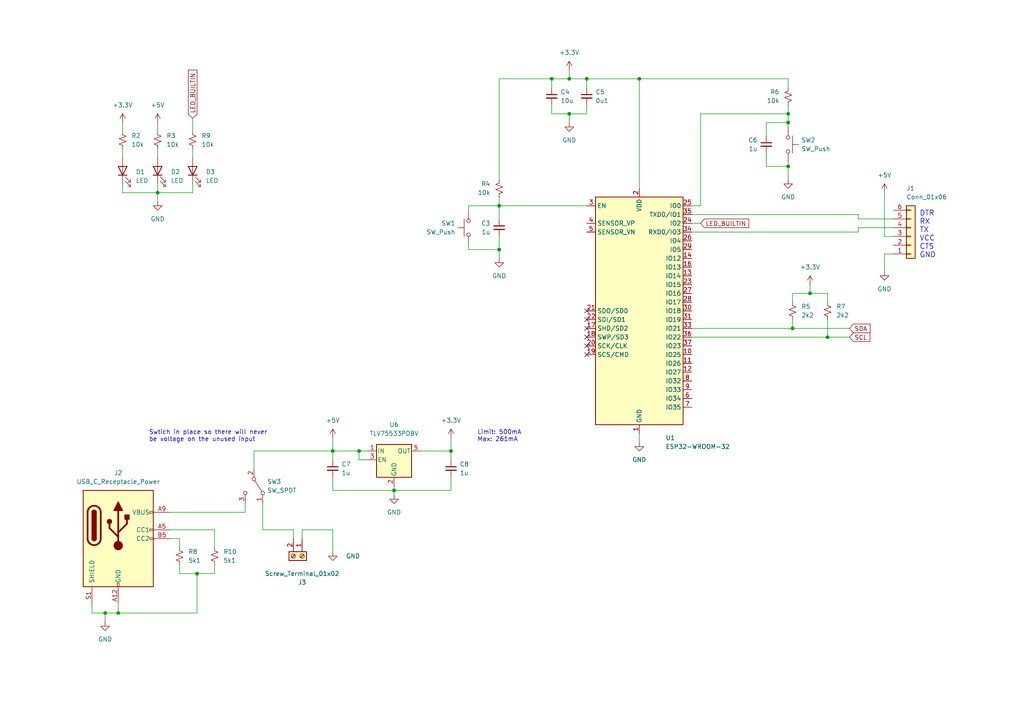
<source format=kicad_sch>
(kicad_sch (version 20211123) (generator eeschema)
  (paper "A4")
  (title_block (title "ESPHome MultiPresence Sensor") (rev "1.0") (comment 1 "Microcontroller and data connection"))
  (lib_symbols
    (symbol "Connector:Screw_Terminal_01x02" (pin_names (offset 1.016) hide)
      (property "Reference" "J" (at 0 2.54 0))
      (property "Value" "Screw_Terminal_01x02" (at 0 -5.08 0))
      (symbol "Screw_Terminal_01x02_1_1"
        (rectangle (start -1.27 1.27) (end 1.27 -3.81) (stroke (width 0.254)) (fill (type background)))
        (circle (center 0 -2.54) (radius 0.635) (stroke (width 0.1524)))
        (polyline (pts (xy -0.5334 -2.2098) (xy 0.3302 -3.048)) (stroke (width 0.1524)))
        (polyline (pts (xy -0.5334 0.3302) (xy 0.3302 -0.508)) (stroke (width 0.1524)))
        (polyline (pts (xy -0.3556 -2.032) (xy 0.508 -2.8702)) (stroke (width 0.1524)))
        (polyline (pts (xy -0.3556 0.508) (xy 0.508 -0.3302)) (stroke (width 0.1524)))
        (circle (center 0 0) (radius 0.635) (stroke (width 0.1524)))
        (pin passive line (at -5.08 0 0) (length 3.81) (name "Pin_1") (number "1"))
        (pin passive line (at -5.08 -2.54 0) (length 3.81) (name "Pin_2") (number "2"))
      )
    )
    (symbol "Connector_Generic:Conn_01x06" (pin_names (offset 1.016) hide)
      (property "Reference" "J" (at 0 7.62 0))
      (property "Value" "Conn_01x06" (at 0 -10.16 0))
      (symbol "Conn_01x06_1_1"
        (rectangle (start -1.27 -7.493) (end 0 -7.747) (stroke (width 0.1524)))
        (rectangle (start -1.27 -4.953) (end 0 -5.207) (stroke (width 0.1524)))
        (rectangle (start -1.27 -2.413) (end 0 -2.667) (stroke (width 0.1524)))
        (rectangle (start -1.27 0.127) (end 0 -0.127) (stroke (width 0.1524)))
        (rectangle (start -1.27 2.667) (end 0 2.413) (stroke (width 0.1524)))
        (rectangle (start -1.27 5.207) (end 0 4.953) (stroke (width 0.1524)))
        (rectangle (start -1.27 6.35) (end 1.27 -8.89) (stroke (width 0.254)) (fill (type background)))
        (pin passive line (at -5.08 5.08 0) (length 3.81) (name "Pin_1") (number "1"))
        (pin passive line (at -5.08 2.54 0) (length 3.81) (name "Pin_2") (number "2"))
        (pin passive line (at -5.08 0 0) (length 3.81) (name "Pin_3") (number "3"))
        (pin passive line (at -5.08 -2.54 0) (length 3.81) (name "Pin_4") (number "4"))
        (pin passive line (at -5.08 -5.08 0) (length 3.81) (name "Pin_5") (number "5"))
        (pin passive line (at -5.08 -7.62 0) (length 3.81) (name "Pin_6") (number "6"))
      )
    )
    (symbol "Device:C_Small" (pin_numbers hide) (pin_names (offset 0.254) hide)
      (property "Reference" "C" (at 0.254 1.778 0))
      (property "Value" "C_Small" (at 0.254 -2.032 0))
      (symbol "C_Small_0_1"
        (polyline (pts (xy -1.524 -0.508) (xy 1.524 -0.508)) (stroke (width 0.3302)))
        (polyline (pts (xy -1.524 0.508) (xy 1.524 0.508)) (stroke (width 0.3048)))
      )
      (symbol "C_Small_1_1"
        (pin passive line (at 0 2.54 270) (length 2.032) (name "~") (number "1"))
        (pin passive line (at 0 -2.54 90) (length 2.032) (name "~") (number "2"))
      )
    )
    (symbol "Device:LED" (pin_numbers hide) (pin_names (offset 1.016) hide)
      (property "Reference" "D" (at 0 2.54 0))
      (property "Value" "LED" (at 0 -2.54 0))
      (symbol "LED_0_1"
        (polyline (pts (xy -1.27 -1.27) (xy -1.27 1.27)) (stroke (width 0.254)))
        (polyline (pts (xy -1.27 0) (xy 1.27 0)))
        (polyline (pts (xy 1.27 -1.27) (xy 1.27 1.27) (xy -1.27 0) (xy 1.27 -1.27)) (stroke (width 0.254)))
        (polyline (pts (xy -3.048 -0.762) (xy -4.572 -2.286) (xy -3.81 -2.286) (xy -4.572 -2.286) (xy -4.572 -1.524)))
        (polyline (pts (xy -1.778 -0.762) (xy -3.302 -2.286) (xy -2.54 -2.286) (xy -3.302 -2.286) (xy -3.302 -1.524)))
      )
      (symbol "LED_1_1"
        (pin passive line (at -3.81 0 0) (length 2.54) (name "K") (number "1"))
        (pin passive line (at 3.81 0 180) (length 2.54) (name "A") (number "2"))
      )
    )
    (symbol "Device:R_Small_US" (pin_numbers hide) (pin_names (offset 0.254) hide)
      (property "Reference" "R" (at 0.762 0.508 0))
      (property "Value" "R_Small_US" (at 0.762 -1.016 0))
      (symbol "R_Small_US_1_1"
        (polyline (pts (xy 0 0) (xy 1.016 -0.381) (xy 0 -0.762) (xy -1.016 -1.143) (xy 0 -1.524)))
        (polyline (pts (xy 0 1.524) (xy 1.016 1.143) (xy 0 0.762) (xy -1.016 0.381) (xy 0 0)))
        (pin passive line (at 0 2.54 270) (length 1.016) (name "~") (number "1"))
        (pin passive line (at 0 -2.54 90) (length 1.016) (name "~") (number "2"))
      )
    )
    (symbol "My Symbols:USB_C_Receptacle_Power" (pin_names (offset 1.016))
      (property "Reference" "J" (at -10.16 12.7 0))
      (property "Value" "USB_C_Receptacle_Power" (at 19.05 12.7 0))
      (symbol "USB_C_Receptacle_Power_0_0"
        (rectangle (start -0.254 -17.78) (end 0.254 -16.764))
        (rectangle (start 10.16 -3.556) (end 9.144 -4.064))
        (rectangle (start 10.16 -1.016) (end 9.144 -1.524))
        (rectangle (start 10.16 4.064) (end 9.144 3.556))
      )
      (symbol "USB_C_Receptacle_Power_0_1"
        (rectangle (start -10.16 10.16) (end 10.16 -17.78) (stroke (width 0.254)) (fill (type background)))
        (arc (start -8.89 -3.81) (mid -6.985 -5.715) (end -5.08 -3.81) (stroke (width 0.508)))
        (arc (start -7.62 -3.81) (mid -6.985 -4.445) (end -6.35 -3.81) (stroke (width 0.254)))
        (arc (start -7.62 -3.81) (mid -6.985 -4.445) (end -6.35 -3.81) (stroke (width 0.254)) (fill (type outline)))
        (rectangle (start -7.62 -3.81) (end -6.35 3.81) (stroke (width 0.254)) (fill (type outline)))
        (arc (start -6.35 3.81) (mid -6.985 4.445) (end -7.62 3.81) (stroke (width 0.254)))
        (arc (start -6.35 3.81) (mid -6.985 4.445) (end -7.62 3.81) (stroke (width 0.254)) (fill (type outline)))
        (arc (start -5.08 3.81) (mid -6.985 5.715) (end -8.89 3.81) (stroke (width 0.508)))
        (circle (center -2.54 1.143) (radius 0.635) (stroke (width 0.254)) (fill (type outline)))
        (circle (center 0 -5.842) (radius 1.27) (fill (type outline)))
        (polyline (pts (xy -8.89 -3.81) (xy -8.89 3.81)) (stroke (width 0.508)))
        (polyline (pts (xy -5.08 3.81) (xy -5.08 -3.81)) (stroke (width 0.508)))
        (polyline (pts (xy 0 -5.842) (xy 0 4.318)) (stroke (width 0.508)))
        (polyline (pts (xy 0 -3.302) (xy -2.54 -0.762) (xy -2.54 0.508)) (stroke (width 0.508)))
        (polyline (pts (xy 0 -2.032) (xy 2.54 0.508) (xy 2.54 1.778)) (stroke (width 0.508)))
        (polyline (pts (xy -1.27 4.318) (xy 0 6.858) (xy 1.27 4.318) (xy -1.27 4.318)) (stroke (width 0.254)) (fill (type outline)))
        (rectangle (start 1.905 1.778) (end 3.175 3.048) (stroke (width 0.254)) (fill (type outline)))
      )
      (symbol "USB_C_Receptacle_Power_1_1"
        (pin passive line (at 0 -22.86 90) (length 5.08) (name "GND") (number "A12"))
        (pin bidirectional line (at 15.24 -1.27 180) (length 5.08) (name "CC1") (number "A5"))
        (pin passive line (at 15.24 3.81 180) (length 5.08) (name "VBUS") (number "A9"))
        (pin passive line (at 0 -22.86 90) (length 5.08) hide (name "GND") (number "B12"))
        (pin bidirectional line (at 15.24 -3.81 180) (length 5.08) (name "CC2") (number "B5"))
        (pin passive line (at 15.24 3.81 180) (length 5.08) hide (name "VBUS") (number "B9"))
        (pin passive line (at -7.62 -22.86 90) (length 5.08) (name "SHIELD") (number "S1"))
      )
    )
    (symbol "RF_Module:ESP32-WROOM-32"
      (property "Reference" "U" (at -12.7 34.29 0))
      (property "Value" "ESP32-WROOM-32" (at 1.27 34.29 0))
      (symbol "ESP32-WROOM-32_0_1"
        (rectangle (start -12.7 33.02) (end 12.7 -33.02) (stroke (width 0.254)) (fill (type background)))
      )
      (symbol "ESP32-WROOM-32_1_1"
        (pin power_in line (at 0 -35.56 90) (length 2.54) (name "GND") (number "1"))
        (pin bidirectional line (at 15.24 -12.7 180) (length 2.54) (name "IO25") (number "10"))
        (pin bidirectional line (at 15.24 -15.24 180) (length 2.54) (name "IO26") (number "11"))
        (pin bidirectional line (at 15.24 -17.78 180) (length 2.54) (name "IO27") (number "12"))
        (pin bidirectional line (at 15.24 10.16 180) (length 2.54) (name "IO14") (number "13"))
        (pin bidirectional line (at 15.24 15.24 180) (length 2.54) (name "IO12") (number "14"))
        (pin passive line (at 0 -35.56 90) (length 2.54) hide (name "GND") (number "15"))
        (pin bidirectional line (at 15.24 12.7 180) (length 2.54) (name "IO13") (number "16"))
        (pin bidirectional line (at -15.24 -5.08 0) (length 2.54) (name "SHD/SD2") (number "17"))
        (pin bidirectional line (at -15.24 -7.62 0) (length 2.54) (name "SWP/SD3") (number "18"))
        (pin bidirectional line (at -15.24 -12.7 0) (length 2.54) (name "SCS/CMD") (number "19"))
        (pin power_in line (at 0 35.56 270) (length 2.54) (name "VDD") (number "2"))
        (pin bidirectional line (at -15.24 -10.16 0) (length 2.54) (name "SCK/CLK") (number "20"))
        (pin bidirectional line (at -15.24 0 0) (length 2.54) (name "SDO/SD0") (number "21"))
        (pin bidirectional line (at -15.24 -2.54 0) (length 2.54) (name "SDI/SD1") (number "22"))
        (pin bidirectional line (at 15.24 7.62 180) (length 2.54) (name "IO15") (number "23"))
        (pin bidirectional line (at 15.24 25.4 180) (length 2.54) (name "IO2") (number "24"))
        (pin bidirectional line (at 15.24 30.48 180) (length 2.54) (name "IO0") (number "25"))
        (pin bidirectional line (at 15.24 20.32 180) (length 2.54) (name "IO4") (number "26"))
        (pin bidirectional line (at 15.24 5.08 180) (length 2.54) (name "IO16") (number "27"))
        (pin bidirectional line (at 15.24 2.54 180) (length 2.54) (name "IO17") (number "28"))
        (pin bidirectional line (at 15.24 17.78 180) (length 2.54) (name "IO5") (number "29"))
        (pin input line (at -15.24 30.48 0) (length 2.54) (name "EN") (number "3"))
        (pin bidirectional line (at 15.24 0 180) (length 2.54) (name "IO18") (number "30"))
        (pin bidirectional line (at 15.24 -2.54 180) (length 2.54) (name "IO19") (number "31"))
        (pin no_connect line (at -12.7 -27.94 0) (length 2.54) hide (name "NC") (number "32"))
        (pin bidirectional line (at 15.24 -5.08 180) (length 2.54) (name "IO21") (number "33"))
        (pin bidirectional line (at 15.24 22.86 180) (length 2.54) (name "RXD0/IO3") (number "34"))
        (pin bidirectional line (at 15.24 27.94 180) (length 2.54) (name "TXD0/IO1") (number "35"))
        (pin bidirectional line (at 15.24 -7.62 180) (length 2.54) (name "IO22") (number "36"))
        (pin bidirectional line (at 15.24 -10.16 180) (length 2.54) (name "IO23") (number "37"))
        (pin passive line (at 0 -35.56 90) (length 2.54) hide (name "GND") (number "38"))
        (pin passive line (at 0 -35.56 90) (length 2.54) hide (name "GND") (number "39"))
        (pin input line (at -15.24 25.4 0) (length 2.54) (name "SENSOR_VP") (number "4"))
        (pin input line (at -15.24 22.86 0) (length 2.54) (name "SENSOR_VN") (number "5"))
        (pin input line (at 15.24 -25.4 180) (length 2.54) (name "IO34") (number "6"))
        (pin input line (at 15.24 -27.94 180) (length 2.54) (name "IO35") (number "7"))
        (pin bidirectional line (at 15.24 -20.32 180) (length 2.54) (name "IO32") (number "8"))
        (pin bidirectional line (at 15.24 -22.86 180) (length 2.54) (name "IO33") (number "9"))
      )
    )
    (symbol "Regulator_Linear:TLV75533PDBV" (pin_names (offset 0.254))
      (property "Reference" "U" (at -3.81 5.715 0))
      (property "Value" "TLV75533PDBV" (at 0 5.715 0))
      (symbol "TLV75533PDBV_0_1"
        (rectangle (start -5.08 4.445) (end 5.08 -5.08) (stroke (width 0.254)) (fill (type background)))
      )
      (symbol "TLV75533PDBV_1_1"
        (pin power_in line (at -7.62 2.54 0) (length 2.54) (name "IN") (number "1"))
        (pin power_in line (at 0 -7.62 90) (length 2.54) (name "GND") (number "2"))
        (pin input line (at -7.62 0 0) (length 2.54) (name "EN") (number "3"))
        (pin no_connect line (at 5.08 0 180) (length 2.54) hide (name "NC") (number "4"))
        (pin power_out line (at 7.62 2.54 180) (length 2.54) (name "OUT") (number "5"))
      )
    )
    (symbol "Switch:SW_Push" (pin_numbers hide) (pin_names (offset 1.016) hide)
      (property "Reference" "SW" (at 1.27 2.54 0))
      (property "Value" "SW_Push" (at 0 -1.524 0))
      (symbol "SW_Push_0_1"
        (circle (center -2.032 0) (radius 0.508))
        (polyline (pts (xy 0 1.27) (xy 0 3.048)))
        (polyline (pts (xy 2.54 1.27) (xy -2.54 1.27)))
        (circle (center 2.032 0) (radius 0.508))
        (pin passive line (at -5.08 0 0) (length 2.54) (name "1") (number "1"))
        (pin passive line (at 5.08 0 180) (length 2.54) (name "2") (number "2"))
      )
    )
    (symbol "Switch:SW_SPDT" (pin_names (offset 0) hide)
      (property "Reference" "SW" (at 0 4.318 0))
      (property "Value" "SW_SPDT" (at 0 -5.08 0))
      (symbol "SW_SPDT_0_0"
        (circle (center -2.032 0) (radius 0.508))
        (circle (center 2.032 -2.54) (radius 0.508))
      )
      (symbol "SW_SPDT_0_1"
        (polyline (pts (xy -1.524 0.254) (xy 1.651 2.286)))
        (circle (center 2.032 2.54) (radius 0.508))
      )
      (symbol "SW_SPDT_1_1"
        (pin passive line (at 5.08 2.54 180) (length 2.54) (name "A") (number "1"))
        (pin passive line (at -5.08 0 0) (length 2.54) (name "B") (number "2"))
        (pin passive line (at 5.08 -2.54 180) (length 2.54) (name "C") (number "3"))
      )
    )
    (symbol "power:+3.3V" (power) (pin_names (offset 0))
      (property "Value" "+3.3V" (at 0 3.556 0))
      (symbol "+3.3V_0_1"
        (polyline (pts (xy -0.762 1.27) (xy 0 2.54)))
        (polyline (pts (xy 0 0) (xy 0 2.54)))
        (polyline (pts (xy 0 2.54) (xy 0.762 1.27)))
      )
      (symbol "+3.3V_1_1"
        (pin power_in line (at 0 0 90) (length 0) hide (name "+3.3V") (number "1"))
      )
    )
    (symbol "power:+5V" (power) (pin_names (offset 0))
      (property "Value" "+5V" (at 0 3.556 0))
      (symbol "+5V_0_1"
        (polyline (pts (xy -0.762 1.27) (xy 0 2.54)))
        (polyline (pts (xy 0 0) (xy 0 2.54)))
        (polyline (pts (xy 0 2.54) (xy 0.762 1.27)))
      )
      (symbol "+5V_1_1"
        (pin power_in line (at 0 0 90) (length 0) hide (name "+5V") (number "1"))
      )
    )
    (symbol "power:GND" (power) (pin_names (offset 0))
      (property "Value" "GND" (at 0 -3.81 0))
      (symbol "GND_0_1"
        (polyline (pts (xy 0 0) (xy 0 -1.27) (xy 1.27 -1.27) (xy 0 -2.54) (xy -1.27 -1.27) (xy 0 -1.27)))
      )
      (symbol "GND_1_1"
        (pin power_in line (at 0 0 270) (length 0) hide (name "GND") (number "1"))
      )
    )
  )
  (junction (at 57.15 166.37))
  (junction (at 228.6 33.02))
  (junction (at 144.78 72.39))
  (junction (at 234.95 85.09))
  (junction (at 45.72 55.88))
  (junction (at 229.87 95.25))
  (junction (at 170.18 22.86))
  (junction (at 165.1 22.86))
  (junction (at 165.1 33.02))
  (junction (at 240.03 97.79))
  (junction (at 185.42 22.86))
  (junction (at 130.81 130.81))
  (junction (at 144.78 59.69))
  (junction (at 228.6 48.26))
  (junction (at 96.52 130.81))
  (junction (at 104.14 130.81))
  (junction (at 228.6 35.56))
  (junction (at 114.3 142.24))
  (junction (at 160.02 22.86))
  (junction (at 34.29 177.8))
  (junction (at 30.48 177.8))
  (no_connect (at 170.18 95.25))
  (no_connect (at 170.18 92.71))
  (no_connect (at 170.18 90.17))
  (no_connect (at 170.18 97.79))
  (no_connect (at 170.18 102.87))
  (no_connect (at 170.18 100.33))
  (wire (pts (xy 144.78 59.69) (xy 144.78 63.5)))
  (wire (pts (xy 144.78 74.93) (xy 144.78 72.39)))
  (wire (pts (xy 256.54 73.66) (xy 259.08 73.66)))
  (wire (pts (xy 96.52 160.02) (xy 96.52 153.67)))
  (wire (pts (xy 76.2 146.05) (xy 76.2 153.67)))
  (wire (pts (xy 240.03 85.09) (xy 240.03 87.63)))
  (wire (pts (xy 222.25 39.37) (xy 222.25 35.56)))
  (wire (pts (xy 135.89 72.39) (xy 135.89 71.12)))
  (wire (pts (xy 229.87 85.09) (xy 234.95 85.09)))
  (wire (pts (xy 200.66 64.77) (xy 203.2 64.77)))
  (wire (pts (xy 45.72 43.18) (xy 45.72 45.72)))
  (wire (pts (xy 170.18 22.86) (xy 185.42 22.86)))
  (wire (pts (xy 130.81 138.43) (xy 130.81 142.24)))
  (wire (pts (xy 55.88 53.34) (xy 55.88 55.88)))
  (wire (pts (xy 49.53 156.21) (xy 52.07 156.21)))
  (wire (pts (xy 55.88 34.29) (xy 55.88 38.1)))
  (wire (pts (xy 62.23 163.83) (xy 62.23 166.37)))
  (wire (pts (xy 240.03 92.71) (xy 240.03 97.79)))
  (wire (pts (xy 234.95 85.09) (xy 240.03 85.09)))
  (wire (pts (xy 144.78 57.15) (xy 144.78 59.69)))
  (wire (pts (xy 85.09 153.67) (xy 76.2 153.67)))
  (wire (pts (xy 248.92 66.04) (xy 248.92 67.31)))
  (wire (pts (xy 165.1 20.32) (xy 165.1 22.86)))
  (wire (pts (xy 52.07 166.37) (xy 57.15 166.37)))
  (wire (pts (xy 165.1 22.86) (xy 170.18 22.86)))
  (wire (pts (xy 229.87 87.63) (xy 229.87 85.09)))
  (wire (pts (xy 57.15 166.37) (xy 57.15 177.8)))
  (wire (pts (xy 34.29 177.8) (xy 30.48 177.8)))
  (wire (pts (xy 170.18 25.4) (xy 170.18 22.86)))
  (wire (pts (xy 234.95 82.55) (xy 234.95 85.09)))
  (wire (pts (xy 104.14 130.81) (xy 106.68 130.81)))
  (wire (pts (xy 57.15 177.8) (xy 34.29 177.8)))
  (wire (pts (xy 228.6 46.99) (xy 228.6 48.26)))
  (wire (pts (xy 26.67 175.26) (xy 26.67 177.8)))
  (wire (pts (xy 160.02 22.86) (xy 160.02 25.4)))
  (wire (pts (xy 96.52 130.81) (xy 104.14 130.81)))
  (wire (pts (xy 144.78 72.39) (xy 135.89 72.39)))
  (wire (pts (xy 96.52 130.81) (xy 96.52 133.35)))
  (wire (pts (xy 160.02 33.02) (xy 165.1 33.02)))
  (wire (pts (xy 228.6 48.26) (xy 228.6 52.07)))
  (wire (pts (xy 200.66 62.23) (xy 248.92 62.23)))
  (wire (pts (xy 45.72 55.88) (xy 55.88 55.88)))
  (wire (pts (xy 130.81 127) (xy 130.81 130.81)))
  (wire (pts (xy 200.66 67.31) (xy 248.92 67.31)))
  (wire (pts (xy 200.66 97.79) (xy 240.03 97.79)))
  (wire (pts (xy 144.78 59.69) (xy 170.18 59.69)))
  (wire (pts (xy 106.68 133.35) (xy 104.14 133.35)))
  (wire (pts (xy 35.56 43.18) (xy 35.56 45.72)))
  (wire (pts (xy 96.52 142.24) (xy 114.3 142.24)))
  (wire (pts (xy 62.23 153.67) (xy 62.23 158.75)))
  (wire (pts (xy 185.42 54.61) (xy 185.42 22.86)))
  (wire (pts (xy 71.12 148.59) (xy 71.12 146.05)))
  (wire (pts (xy 222.25 35.56) (xy 228.6 35.56)))
  (wire (pts (xy 228.6 30.48) (xy 228.6 33.02)))
  (wire (pts (xy 52.07 163.83) (xy 52.07 166.37)))
  (wire (pts (xy 229.87 92.71) (xy 229.87 95.25)))
  (wire (pts (xy 45.72 35.56) (xy 45.72 38.1)))
  (wire (pts (xy 73.66 130.81) (xy 73.66 135.89)))
  (wire (pts (xy 114.3 140.97) (xy 114.3 142.24)))
  (wire (pts (xy 144.78 22.86) (xy 160.02 22.86)))
  (wire (pts (xy 34.29 175.26) (xy 34.29 177.8)))
  (wire (pts (xy 170.18 30.48) (xy 170.18 33.02)))
  (wire (pts (xy 130.81 130.81) (xy 130.81 133.35)))
  (wire (pts (xy 203.2 33.02) (xy 228.6 33.02)))
  (wire (pts (xy 85.09 156.21) (xy 85.09 153.67)))
  (wire (pts (xy 35.56 53.34) (xy 35.56 55.88)))
  (wire (pts (xy 114.3 142.24) (xy 114.3 143.51)))
  (wire (pts (xy 135.89 59.69) (xy 144.78 59.69)))
  (wire (pts (xy 57.15 166.37) (xy 62.23 166.37)))
  (wire (pts (xy 185.42 125.73) (xy 185.42 128.27)))
  (wire (pts (xy 240.03 97.79) (xy 246.38 97.79)))
  (wire (pts (xy 222.25 48.26) (xy 228.6 48.26)))
  (wire (pts (xy 248.92 66.04) (xy 259.08 66.04)))
  (wire (pts (xy 135.89 60.96) (xy 135.89 59.69)))
  (wire (pts (xy 165.1 33.02) (xy 165.1 35.56)))
  (wire (pts (xy 256.54 73.66) (xy 256.54 78.74)))
  (wire (pts (xy 144.78 68.58) (xy 144.78 72.39)))
  (wire (pts (xy 248.92 63.5) (xy 248.92 62.23)))
  (wire (pts (xy 30.48 177.8) (xy 26.67 177.8)))
  (wire (pts (xy 222.25 44.45) (xy 222.25 48.26)))
  (wire (pts (xy 203.2 59.69) (xy 203.2 33.02)))
  (wire (pts (xy 200.66 59.69) (xy 203.2 59.69)))
  (wire (pts (xy 104.14 130.81) (xy 104.14 133.35)))
  (wire (pts (xy 52.07 156.21) (xy 52.07 158.75)))
  (wire (pts (xy 121.92 130.81) (xy 130.81 130.81)))
  (wire (pts (xy 200.66 95.25) (xy 229.87 95.25)))
  (wire (pts (xy 228.6 33.02) (xy 228.6 35.56)))
  (wire (pts (xy 49.53 148.59) (xy 71.12 148.59)))
  (wire (pts (xy 160.02 22.86) (xy 165.1 22.86)))
  (wire (pts (xy 73.66 130.81) (xy 96.52 130.81)))
  (wire (pts (xy 87.63 153.67) (xy 87.63 156.21)))
  (wire (pts (xy 45.72 55.88) (xy 45.72 58.42)))
  (wire (pts (xy 228.6 35.56) (xy 228.6 36.83)))
  (wire (pts (xy 130.81 142.24) (xy 114.3 142.24)))
  (wire (pts (xy 259.08 68.58) (xy 256.54 68.58)))
  (wire (pts (xy 35.56 35.56) (xy 35.56 38.1)))
  (wire (pts (xy 228.6 22.86) (xy 228.6 25.4)))
  (wire (pts (xy 185.42 22.86) (xy 228.6 22.86)))
  (wire (pts (xy 96.52 153.67) (xy 87.63 153.67)))
  (wire (pts (xy 229.87 95.25) (xy 246.38 95.25)))
  (wire (pts (xy 49.53 153.67) (xy 62.23 153.67)))
  (wire (pts (xy 248.92 63.5) (xy 259.08 63.5)))
  (wire (pts (xy 35.56 55.88) (xy 45.72 55.88)))
  (wire (pts (xy 96.52 138.43) (xy 96.52 142.24)))
  (wire (pts (xy 30.48 177.8) (xy 30.48 180.34)))
  (wire (pts (xy 160.02 30.48) (xy 160.02 33.02)))
  (wire (pts (xy 144.78 22.86) (xy 144.78 52.07)))
  (wire (pts (xy 45.72 55.88) (xy 45.72 53.34)))
  (wire (pts (xy 165.1 33.02) (xy 170.18 33.02)))
  (wire (pts (xy 96.52 127) (xy 96.52 130.81)))
  (wire (pts (xy 55.88 43.18) (xy 55.88 45.72)))
  (wire (pts (xy 256.54 55.88) (xy 256.54 68.58)))
  (text "Swtich in place so there will never \nbe voltage on the unused input" (at 43.18 128.27 0) (effects (font (size 1.27 1.27)) (justify left bottom)))
  (text "DTR\nRX\nTX\nVCC\nCTS\nGND" (at 266.7 74.93 0) (effects (font (size 1.5 1.5)) (justify left bottom)))
  (text "Limit: 500mA\nMax: 261mA\n" (at 138.43 128.27 0) (effects (font (size 1.27 1.27)) (justify left bottom)))
  (global_label "LED_BUILTIN" (shape input) (at 203.2 64.77 0) (property "Intersheet References" "${INTERSHEET_REFS}" (effects hide)))
  (global_label "SDA" (shape input) (at 246.38 95.25 0) (property "Intersheet References" "${INTERSHEET_REFS}" (effects hide)))
  (global_label "SCL" (shape input) (at 246.38 97.79 0) (property "Intersheet References" "${INTERSHEET_REFS}" (effects hide)))
  (global_label "LED_BUILTIN" (shape input) (at 55.88 34.29 90) (property "Intersheet References" "${INTERSHEET_REFS}" (effects hide)))
  (symbol (lib_id "power:GND") (at 96.52 160.02 0) (mirror y) (unit 1)
    (property "Reference" "#PWR0124" (effects hide))
    (property "Value" "GND" (at 100.33 161.2899 0) (effects (justify right)))
  )
  (symbol (lib_id "Device:R_Small_US") (at 240.03 90.17 0) (unit 1)
    (property "Reference" "R7" (at 242.57 88.8999 0) (effects (justify left)))
    (property "Value" "2k2" (at 242.57 91.4399 0) (effects (justify left)))
    (property "Footprint" "Resistor_SMD:R_0603_1608Metric" (effects hide))
  )
  (symbol (lib_id "power:GND") (at 256.54 78.74 0) (unit 1)
    (property "Reference" "#PWR0119" (effects hide))
    (property "Value" "GND" (at 256.54 83.82 0))
  )
  (symbol (lib_id "power:+3.3V") (at 35.56 35.56 0) (unit 1)
    (property "Reference" "#PWR0118" (effects hide))
    (property "Value" "+3.3V" (at 35.56 30.48 0))
  )
  (symbol (lib_id "RF_Module:ESP32-WROOM-32") (at 185.42 90.17 0) (unit 1)
    (property "Reference" "U1" (at 193.04 127 0) (effects (justify left)))
    (property "Value" "ESP32-WROOM-32" (at 193.04 129.54 0) (effects (justify left)))
    (property "Footprint" "RF_Module:ESP32-WROOM-32" (effects hide))
    (property "Datasheet" "https://www.espressif.com/sites/default/files/documentation/esp32-wroom-32_datasheet_en.pdf" (effects hide))
  )
  (symbol (lib_id "Device:LED") (at 35.56 49.53 90) (unit 1)
    (property "Reference" "D1" (at 39.37 49.8474 90) (effects (justify right)))
    (property "Value" "LED" (at 39.37 52.3874 90) (effects (justify right)))
    (property "Footprint" "Diode_SMD:D_0603_1608Metric" (effects hide))
  )
  (symbol (lib_id "Device:C_Small") (at 170.18 27.94 0) (unit 1)
    (property "Reference" "C5" (at 172.72 26.6762 0) (effects (justify left)))
    (property "Value" "0u1" (at 172.72 29.2162 0) (effects (justify left)))
    (property "Footprint" "Resistor_SMD:R_0603_1608Metric" (effects hide))
  )
  (symbol (lib_id "Device:R_Small_US") (at 144.78 54.61 0) (mirror y) (unit 1)
    (property "Reference" "R4" (at 142.24 53.3399 0) (effects (justify left)))
    (property "Value" "10k" (at 142.24 55.8799 0) (effects (justify left)))
    (property "Footprint" "Resistor_SMD:R_0603_1608Metric" (effects hide))
  )
  (symbol (lib_id "power:+3.3V") (at 165.1 20.32 0) (unit 1)
    (property "Reference" "#PWR0113" (effects hide))
    (property "Value" "+3.3V" (at 165.1 15.24 0))
  )
  (symbol (lib_id "Device:C_Small") (at 144.78 66.04 0) (mirror y) (unit 1)
    (property "Reference" "C3" (at 142.24 64.7762 0) (effects (justify left)))
    (property "Value" "1u" (at 142.24 67.3162 0) (effects (justify left)))
    (property "Footprint" "Resistor_SMD:R_0603_1608Metric" (effects hide))
  )
  (symbol (lib_id "power:GND") (at 185.42 128.27 0) (unit 1)
    (property "Reference" "#PWR0123" (effects hide))
    (property "Value" "GND" (at 185.42 133.35 0))
  )
  (symbol (lib_id "Device:C_Small") (at 96.52 135.89 0) (unit 1)
    (property "Reference" "C7" (at 99.06 134.6262 0) (effects (justify left)))
    (property "Value" "1u" (at 99.06 137.1662 0) (effects (justify left)))
    (property "Footprint" "Resistor_SMD:R_0603_1608Metric" (effects hide))
  )
  (symbol (lib_id "Regulator_Linear:TLV75533PDBV") (at 114.3 133.35 0) (unit 1)
    (property "Reference" "U6" (at 114.3 123.19 0))
    (property "Value" "TLV75533PDBV" (at 114.3 125.73 0))
    (property "Footprint" "Package_TO_SOT_SMD:SOT-23-5" (effects hide))
    (property "Datasheet" "http://www.ti.com/lit/ds/symlink/tlv755p.pdf" (effects hide))
  )
  (symbol (lib_id "Device:R_Small_US") (at 62.23 161.29 0) (unit 1)
    (property "Reference" "R10" (at 64.77 160.0199 0) (effects (justify left)))
    (property "Value" "5k1" (at 64.77 162.5599 0) (effects (justify left)))
    (property "Footprint" "Resistor_SMD:R_0603_1608Metric" (effects hide))
  )
  (symbol (lib_id "Connector_Generic:Conn_01x06") (at 264.16 68.58 0) (mirror x) (unit 1)
    (property "Reference" "J1" (at 262.89 54.61 0) (effects (justify left)))
    (property "Value" "Conn_01x06" (at 262.89 57.15 0) (effects (justify left)))
    (property "Footprint" "Connector_PinHeader_2.54mm:PinHeader_1x06_P2.54mm_Vertical" (effects hide))
  )
  (symbol (lib_id "Device:LED") (at 55.88 49.53 90) (unit 1)
    (property "Reference" "D3" (at 59.69 49.8474 90) (effects (justify right)))
    (property "Value" "LED" (at 59.69 52.3874 90) (effects (justify right)))
    (property "Footprint" "Diode_SMD:D_0603_1608Metric" (effects hide))
  )
  (symbol (lib_id "Switch:SW_Push") (at 228.6 41.91 270) (unit 1)
    (property "Reference" "SW2" (at 232.41 40.6399 90) (effects (justify left)))
    (property "Value" "SW_Push" (at 232.41 43.1799 90) (effects (justify left)))
    (property "Footprint" "Button_Switch_SMD:SW_SPST_EVQP2" (effects hide))
  )
  (symbol (lib_id "power:GND") (at 114.3 143.51 0) (unit 1)
    (property "Reference" "#PWR0126" (effects hide))
    (property "Value" "GND" (at 114.3 148.59 0))
  )
  (symbol (lib_id "power:+3.3V") (at 130.81 127 0) (unit 1)
    (property "Reference" "#PWR0128" (effects hide))
    (property "Value" "+3.3V" (at 130.81 121.92 0))
  )
  (symbol (lib_id "Connector:Screw_Terminal_01x02") (at 87.63 161.29 270) (unit 1)
    (property "Reference" "J3" (at 87.63 168.91 90))
    (property "Value" "Screw_Terminal_01x02" (at 87.63 166.37 90))
  )
  (symbol (lib_id "power:GND") (at 45.72 58.42 0) (mirror y) (unit 1)
    (property "Reference" "#PWR0117" (effects hide))
    (property "Value" "GND" (at 45.72 63.5 0))
  )
  (symbol (lib_id "power:+5V") (at 96.52 127 0) (unit 1)
    (property "Reference" "#PWR0125" (effects hide))
    (property "Value" "+5V" (at 96.52 121.92 0))
  )
  (symbol (lib_id "Switch:SW_Push") (at 135.89 66.04 90) (mirror x) (unit 1)
    (property "Reference" "SW1" (at 132.08 64.7699 90) (effects (justify left)))
    (property "Value" "SW_Push" (at 132.08 67.3099 90) (effects (justify left)))
    (property "Footprint" "Button_Switch_SMD:SW_SPST_EVQP2" (effects hide))
  )
  (symbol (lib_id "power:GND") (at 30.48 180.34 0) (unit 1)
    (property "Reference" "#PWR0127" (effects hide))
    (property "Value" "GND" (at 30.48 185.42 0))
  )
  (symbol (lib_id "Device:C_Small") (at 160.02 27.94 0) (unit 1)
    (property "Reference" "C4" (at 162.56 26.6762 0) (effects (justify left)))
    (property "Value" "10u" (at 162.56 29.2162 0) (effects (justify left)))
    (property "Footprint" "Resistor_SMD:R_0603_1608Metric" (effects hide))
  )
  (symbol (lib_id "Device:R_Small_US") (at 35.56 40.64 0) (unit 1)
    (property "Reference" "R2" (at 38.1 39.3699 0) (effects (justify left)))
    (property "Value" "10k" (at 38.1 41.9099 0) (effects (justify left)))
    (property "Footprint" "Resistor_SMD:R_0603_1608Metric" (effects hide))
  )
  (symbol (lib_id "Device:R_Small_US") (at 52.07 161.29 0) (unit 1)
    (property "Reference" "R8" (at 54.61 160.0199 0) (effects (justify left)))
    (property "Value" "5k1" (at 54.61 162.5599 0) (effects (justify left)))
    (property "Footprint" "Resistor_SMD:R_0603_1608Metric" (effects hide))
  )
  (symbol (lib_id "Device:LED") (at 45.72 49.53 90) (unit 1)
    (property "Reference" "D2" (at 49.53 49.8474 90) (effects (justify right)))
    (property "Value" "LED" (at 49.53 52.3874 90) (effects (justify right)))
    (property "Footprint" "Diode_SMD:D_0603_1608Metric" (effects hide))
  )
  (symbol (lib_id "power:+5V") (at 256.54 55.88 0) (unit 1)
    (property "Reference" "#PWR0122" (effects hide))
    (property "Value" "+5V" (at 256.54 50.8 0))
  )
  (symbol (lib_id "power:+5V") (at 45.72 35.56 0) (unit 1)
    (property "Reference" "#PWR0116" (effects hide))
    (property "Value" "+5V" (at 45.72 30.48 0))
  )
  (symbol (lib_id "power:+3.3V") (at 234.95 82.55 0) (unit 1)
    (property "Reference" "#PWR0120" (effects hide))
    (property "Value" "+3.3V" (at 234.95 77.47 0))
  )
  (symbol (lib_id "Device:R_Small_US") (at 228.6 27.94 0) (mirror y) (unit 1)
    (property "Reference" "R6" (at 226.06 26.6699 0) (effects (justify left)))
    (property "Value" "10k" (at 226.06 29.2099 0) (effects (justify left)))
    (property "Footprint" "Resistor_SMD:R_0603_1608Metric" (effects hide))
  )
  (symbol (lib_id "Switch:SW_SPDT") (at 73.66 140.97 270) (unit 1)
    (property "Reference" "SW3" (at 77.47 139.6999 90) (effects (justify left)))
    (property "Value" "SW_SPDT" (at 77.47 142.2399 90) (effects (justify left)))
  )
  (symbol (lib_id "power:GND") (at 144.78 74.93 0) (mirror y) (unit 1)
    (property "Reference" "#PWR0115" (effects hide))
    (property "Value" "GND" (at 144.78 80.01 0))
  )
  (symbol (lib_id "Device:C_Small") (at 222.25 41.91 0) (mirror y) (unit 1)
    (property "Reference" "C6" (at 219.71 40.6462 0) (effects (justify left)))
    (property "Value" "1u" (at 219.71 43.1862 0) (effects (justify left)))
    (property "Footprint" "Resistor_SMD:R_0603_1608Metric" (effects hide))
  )
  (symbol (lib_id "power:GND") (at 165.1 35.56 0) (unit 1)
    (property "Reference" "#PWR0114" (effects hide))
    (property "Value" "GND" (at 165.1 40.64 0))
  )
  (symbol (lib_id "power:GND") (at 228.6 52.07 0) (unit 1)
    (property "Reference" "#PWR0121" (effects hide))
    (property "Value" "GND" (at 228.6 57.15 0))
  )
  (symbol (lib_id "Device:R_Small_US") (at 55.88 40.64 0) (unit 1)
    (property "Reference" "R9" (at 58.42 39.3699 0) (effects (justify left)))
    (property "Value" "10k" (at 58.42 41.9099 0) (effects (justify left)))
    (property "Footprint" "Resistor_SMD:R_0603_1608Metric" (effects hide))
  )
  (symbol (lib_id "Device:R_Small_US") (at 45.72 40.64 0) (unit 1)
    (property "Reference" "R3" (at 48.26 39.3699 0) (effects (justify left)))
    (property "Value" "10k" (at 48.26 41.9099 0) (effects (justify left)))
    (property "Footprint" "Resistor_SMD:R_0603_1608Metric" (effects hide))
  )
  (symbol (lib_id "Device:C_Small") (at 130.81 135.89 0) (unit 1)
    (property "Reference" "C8" (at 133.35 134.6262 0) (effects (justify left)))
    (property "Value" "1u" (at 133.35 137.1662 0) (effects (justify left)))
    (property "Footprint" "Resistor_SMD:R_0603_1608Metric" (effects hide))
  )
  (symbol (lib_id "My Symbols:USB_C_Receptacle_Power") (at 34.29 152.4 0) (unit 1)
    (property "Reference" "J2" (at 34.29 137.16 0))
    (property "Value" "USB_C_Receptacle_Power" (at 34.29 139.7 0))
    (property "Datasheet" "https://datasheet.lcsc.com/lcsc/2108132030_Hanbo-Electronic-MC-312_C961716.pdf" (effects hide))
  )
  (symbol (lib_id "Device:R_Small_US") (at 229.87 90.17 0) (unit 1)
    (property "Reference" "R5" (at 232.41 88.8999 0) (effects (justify left)))
    (property "Value" "2k2" (at 232.41 91.4399 0) (effects (justify left)))
    (property "Footprint" "Resistor_SMD:R_0603_1608Metric" (effects hide))
  )
)
</source>
